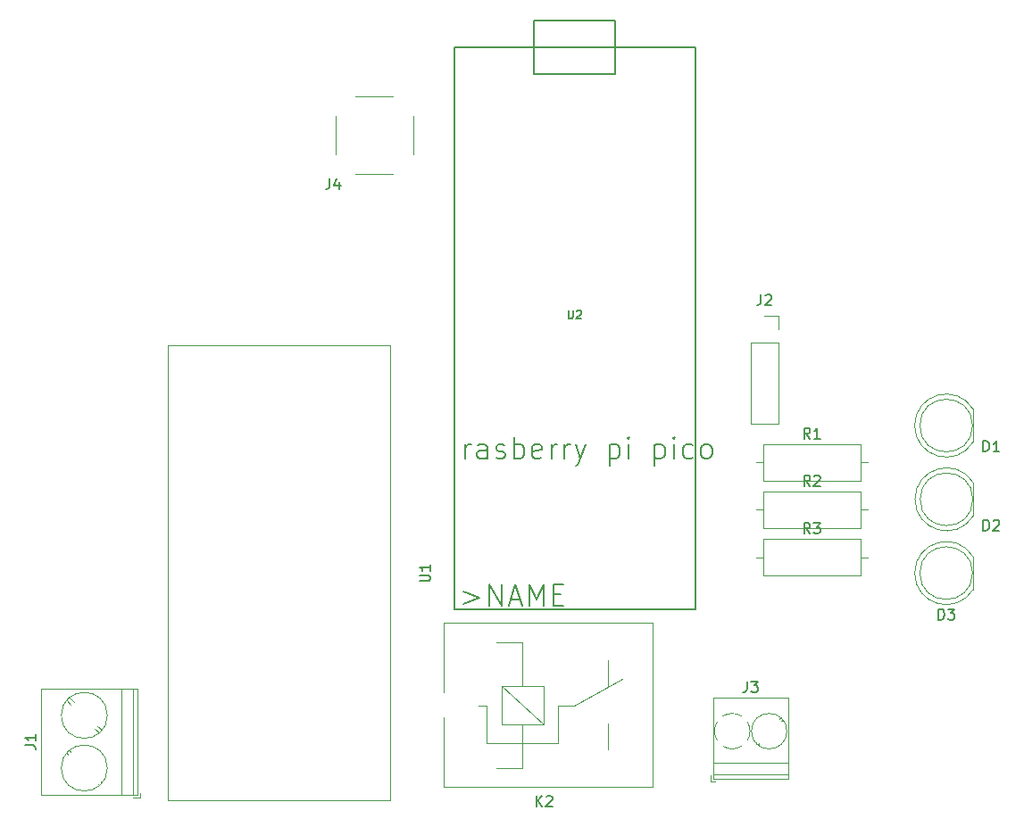
<source format=gbr>
%TF.GenerationSoftware,KiCad,Pcbnew,8.0.3*%
%TF.CreationDate,2024-06-26T11:54:08+03:00*%
%TF.ProjectId,LoRa_irrigation_system,4c6f5261-5f69-4727-9269-676174696f6e,rev?*%
%TF.SameCoordinates,Original*%
%TF.FileFunction,Legend,Top*%
%TF.FilePolarity,Positive*%
%FSLAX46Y46*%
G04 Gerber Fmt 4.6, Leading zero omitted, Abs format (unit mm)*
G04 Created by KiCad (PCBNEW 8.0.3) date 2024-06-26 11:54:08*
%MOMM*%
%LPD*%
G01*
G04 APERTURE LIST*
%ADD10C,0.150000*%
%ADD11C,0.120000*%
%ADD12C,0.152400*%
G04 APERTURE END LIST*
D10*
X114779408Y-58552077D02*
X114779408Y-59266362D01*
X114779408Y-59266362D02*
X114731789Y-59409219D01*
X114731789Y-59409219D02*
X114636551Y-59504458D01*
X114636551Y-59504458D02*
X114493694Y-59552077D01*
X114493694Y-59552077D02*
X114398456Y-59552077D01*
X115684170Y-58885410D02*
X115684170Y-59552077D01*
X115446075Y-58504458D02*
X115207980Y-59218743D01*
X115207980Y-59218743D02*
X115827027Y-59218743D01*
X176761905Y-91954819D02*
X176761905Y-90954819D01*
X176761905Y-90954819D02*
X177000000Y-90954819D01*
X177000000Y-90954819D02*
X177142857Y-91002438D01*
X177142857Y-91002438D02*
X177238095Y-91097676D01*
X177238095Y-91097676D02*
X177285714Y-91192914D01*
X177285714Y-91192914D02*
X177333333Y-91383390D01*
X177333333Y-91383390D02*
X177333333Y-91526247D01*
X177333333Y-91526247D02*
X177285714Y-91716723D01*
X177285714Y-91716723D02*
X177238095Y-91811961D01*
X177238095Y-91811961D02*
X177142857Y-91907200D01*
X177142857Y-91907200D02*
X177000000Y-91954819D01*
X177000000Y-91954819D02*
X176761905Y-91954819D01*
X177714286Y-91050057D02*
X177761905Y-91002438D01*
X177761905Y-91002438D02*
X177857143Y-90954819D01*
X177857143Y-90954819D02*
X178095238Y-90954819D01*
X178095238Y-90954819D02*
X178190476Y-91002438D01*
X178190476Y-91002438D02*
X178238095Y-91050057D01*
X178238095Y-91050057D02*
X178285714Y-91145295D01*
X178285714Y-91145295D02*
X178285714Y-91240533D01*
X178285714Y-91240533D02*
X178238095Y-91383390D01*
X178238095Y-91383390D02*
X177666667Y-91954819D01*
X177666667Y-91954819D02*
X178285714Y-91954819D01*
X176761905Y-84454819D02*
X176761905Y-83454819D01*
X176761905Y-83454819D02*
X177000000Y-83454819D01*
X177000000Y-83454819D02*
X177142857Y-83502438D01*
X177142857Y-83502438D02*
X177238095Y-83597676D01*
X177238095Y-83597676D02*
X177285714Y-83692914D01*
X177285714Y-83692914D02*
X177333333Y-83883390D01*
X177333333Y-83883390D02*
X177333333Y-84026247D01*
X177333333Y-84026247D02*
X177285714Y-84216723D01*
X177285714Y-84216723D02*
X177238095Y-84311961D01*
X177238095Y-84311961D02*
X177142857Y-84407200D01*
X177142857Y-84407200D02*
X177000000Y-84454819D01*
X177000000Y-84454819D02*
X176761905Y-84454819D01*
X178285714Y-84454819D02*
X177714286Y-84454819D01*
X178000000Y-84454819D02*
X178000000Y-83454819D01*
X178000000Y-83454819D02*
X177904762Y-83597676D01*
X177904762Y-83597676D02*
X177809524Y-83692914D01*
X177809524Y-83692914D02*
X177714286Y-83740533D01*
X154366666Y-106294819D02*
X154366666Y-107009104D01*
X154366666Y-107009104D02*
X154319047Y-107151961D01*
X154319047Y-107151961D02*
X154223809Y-107247200D01*
X154223809Y-107247200D02*
X154080952Y-107294819D01*
X154080952Y-107294819D02*
X153985714Y-107294819D01*
X154747619Y-106294819D02*
X155366666Y-106294819D01*
X155366666Y-106294819D02*
X155033333Y-106675771D01*
X155033333Y-106675771D02*
X155176190Y-106675771D01*
X155176190Y-106675771D02*
X155271428Y-106723390D01*
X155271428Y-106723390D02*
X155319047Y-106771009D01*
X155319047Y-106771009D02*
X155366666Y-106866247D01*
X155366666Y-106866247D02*
X155366666Y-107104342D01*
X155366666Y-107104342D02*
X155319047Y-107199580D01*
X155319047Y-107199580D02*
X155271428Y-107247200D01*
X155271428Y-107247200D02*
X155176190Y-107294819D01*
X155176190Y-107294819D02*
X154890476Y-107294819D01*
X154890476Y-107294819D02*
X154795238Y-107247200D01*
X154795238Y-107247200D02*
X154747619Y-107199580D01*
X85894819Y-112333333D02*
X86609104Y-112333333D01*
X86609104Y-112333333D02*
X86751961Y-112380952D01*
X86751961Y-112380952D02*
X86847200Y-112476190D01*
X86847200Y-112476190D02*
X86894819Y-112619047D01*
X86894819Y-112619047D02*
X86894819Y-112714285D01*
X86894819Y-111333333D02*
X86894819Y-111904761D01*
X86894819Y-111619047D02*
X85894819Y-111619047D01*
X85894819Y-111619047D02*
X86037676Y-111714285D01*
X86037676Y-111714285D02*
X86132914Y-111809523D01*
X86132914Y-111809523D02*
X86180533Y-111904761D01*
X160333333Y-87734819D02*
X160000000Y-87258628D01*
X159761905Y-87734819D02*
X159761905Y-86734819D01*
X159761905Y-86734819D02*
X160142857Y-86734819D01*
X160142857Y-86734819D02*
X160238095Y-86782438D01*
X160238095Y-86782438D02*
X160285714Y-86830057D01*
X160285714Y-86830057D02*
X160333333Y-86925295D01*
X160333333Y-86925295D02*
X160333333Y-87068152D01*
X160333333Y-87068152D02*
X160285714Y-87163390D01*
X160285714Y-87163390D02*
X160238095Y-87211009D01*
X160238095Y-87211009D02*
X160142857Y-87258628D01*
X160142857Y-87258628D02*
X159761905Y-87258628D01*
X160714286Y-86830057D02*
X160761905Y-86782438D01*
X160761905Y-86782438D02*
X160857143Y-86734819D01*
X160857143Y-86734819D02*
X161095238Y-86734819D01*
X161095238Y-86734819D02*
X161190476Y-86782438D01*
X161190476Y-86782438D02*
X161238095Y-86830057D01*
X161238095Y-86830057D02*
X161285714Y-86925295D01*
X161285714Y-86925295D02*
X161285714Y-87020533D01*
X161285714Y-87020533D02*
X161238095Y-87163390D01*
X161238095Y-87163390D02*
X160666667Y-87734819D01*
X160666667Y-87734819D02*
X161285714Y-87734819D01*
X123305819Y-96761904D02*
X124115342Y-96761904D01*
X124115342Y-96761904D02*
X124210580Y-96714285D01*
X124210580Y-96714285D02*
X124258200Y-96666666D01*
X124258200Y-96666666D02*
X124305819Y-96571428D01*
X124305819Y-96571428D02*
X124305819Y-96380952D01*
X124305819Y-96380952D02*
X124258200Y-96285714D01*
X124258200Y-96285714D02*
X124210580Y-96238095D01*
X124210580Y-96238095D02*
X124115342Y-96190476D01*
X124115342Y-96190476D02*
X123305819Y-96190476D01*
X124305819Y-95190476D02*
X124305819Y-95761904D01*
X124305819Y-95476190D02*
X123305819Y-95476190D01*
X123305819Y-95476190D02*
X123448676Y-95571428D01*
X123448676Y-95571428D02*
X123543914Y-95666666D01*
X123543914Y-95666666D02*
X123591533Y-95761904D01*
X137400074Y-71069065D02*
X137400074Y-71706486D01*
X137400074Y-71706486D02*
X137437570Y-71781476D01*
X137437570Y-71781476D02*
X137475065Y-71818972D01*
X137475065Y-71818972D02*
X137550056Y-71856467D01*
X137550056Y-71856467D02*
X137700037Y-71856467D01*
X137700037Y-71856467D02*
X137775028Y-71818972D01*
X137775028Y-71818972D02*
X137812523Y-71781476D01*
X137812523Y-71781476D02*
X137850018Y-71706486D01*
X137850018Y-71706486D02*
X137850018Y-71069065D01*
X138187476Y-71144056D02*
X138224971Y-71106560D01*
X138224971Y-71106560D02*
X138299962Y-71069065D01*
X138299962Y-71069065D02*
X138487439Y-71069065D01*
X138487439Y-71069065D02*
X138562429Y-71106560D01*
X138562429Y-71106560D02*
X138599925Y-71144056D01*
X138599925Y-71144056D02*
X138637420Y-71219046D01*
X138637420Y-71219046D02*
X138637420Y-71294037D01*
X138637420Y-71294037D02*
X138599925Y-71406523D01*
X138599925Y-71406523D02*
X138149981Y-71856467D01*
X138149981Y-71856467D02*
X138637420Y-71856467D01*
X127603332Y-85117438D02*
X127603332Y-83784104D01*
X127603332Y-84165057D02*
X127698570Y-83974580D01*
X127698570Y-83974580D02*
X127793808Y-83879342D01*
X127793808Y-83879342D02*
X127984284Y-83784104D01*
X127984284Y-83784104D02*
X128174761Y-83784104D01*
X129698570Y-85117438D02*
X129698570Y-84069819D01*
X129698570Y-84069819D02*
X129603332Y-83879342D01*
X129603332Y-83879342D02*
X129412856Y-83784104D01*
X129412856Y-83784104D02*
X129031903Y-83784104D01*
X129031903Y-83784104D02*
X128841427Y-83879342D01*
X129698570Y-85022200D02*
X129508094Y-85117438D01*
X129508094Y-85117438D02*
X129031903Y-85117438D01*
X129031903Y-85117438D02*
X128841427Y-85022200D01*
X128841427Y-85022200D02*
X128746189Y-84831723D01*
X128746189Y-84831723D02*
X128746189Y-84641247D01*
X128746189Y-84641247D02*
X128841427Y-84450771D01*
X128841427Y-84450771D02*
X129031903Y-84355533D01*
X129031903Y-84355533D02*
X129508094Y-84355533D01*
X129508094Y-84355533D02*
X129698570Y-84260295D01*
X130555713Y-85022200D02*
X130746189Y-85117438D01*
X130746189Y-85117438D02*
X131127141Y-85117438D01*
X131127141Y-85117438D02*
X131317618Y-85022200D01*
X131317618Y-85022200D02*
X131412856Y-84831723D01*
X131412856Y-84831723D02*
X131412856Y-84736485D01*
X131412856Y-84736485D02*
X131317618Y-84546009D01*
X131317618Y-84546009D02*
X131127141Y-84450771D01*
X131127141Y-84450771D02*
X130841427Y-84450771D01*
X130841427Y-84450771D02*
X130650951Y-84355533D01*
X130650951Y-84355533D02*
X130555713Y-84165057D01*
X130555713Y-84165057D02*
X130555713Y-84069819D01*
X130555713Y-84069819D02*
X130650951Y-83879342D01*
X130650951Y-83879342D02*
X130841427Y-83784104D01*
X130841427Y-83784104D02*
X131127141Y-83784104D01*
X131127141Y-83784104D02*
X131317618Y-83879342D01*
X132269999Y-85117438D02*
X132269999Y-83117438D01*
X132269999Y-83879342D02*
X132460475Y-83784104D01*
X132460475Y-83784104D02*
X132841428Y-83784104D01*
X132841428Y-83784104D02*
X133031904Y-83879342D01*
X133031904Y-83879342D02*
X133127142Y-83974580D01*
X133127142Y-83974580D02*
X133222380Y-84165057D01*
X133222380Y-84165057D02*
X133222380Y-84736485D01*
X133222380Y-84736485D02*
X133127142Y-84926961D01*
X133127142Y-84926961D02*
X133031904Y-85022200D01*
X133031904Y-85022200D02*
X132841428Y-85117438D01*
X132841428Y-85117438D02*
X132460475Y-85117438D01*
X132460475Y-85117438D02*
X132269999Y-85022200D01*
X134841428Y-85022200D02*
X134650952Y-85117438D01*
X134650952Y-85117438D02*
X134269999Y-85117438D01*
X134269999Y-85117438D02*
X134079523Y-85022200D01*
X134079523Y-85022200D02*
X133984285Y-84831723D01*
X133984285Y-84831723D02*
X133984285Y-84069819D01*
X133984285Y-84069819D02*
X134079523Y-83879342D01*
X134079523Y-83879342D02*
X134269999Y-83784104D01*
X134269999Y-83784104D02*
X134650952Y-83784104D01*
X134650952Y-83784104D02*
X134841428Y-83879342D01*
X134841428Y-83879342D02*
X134936666Y-84069819D01*
X134936666Y-84069819D02*
X134936666Y-84260295D01*
X134936666Y-84260295D02*
X133984285Y-84450771D01*
X135793809Y-85117438D02*
X135793809Y-83784104D01*
X135793809Y-84165057D02*
X135889047Y-83974580D01*
X135889047Y-83974580D02*
X135984285Y-83879342D01*
X135984285Y-83879342D02*
X136174761Y-83784104D01*
X136174761Y-83784104D02*
X136365238Y-83784104D01*
X137031904Y-85117438D02*
X137031904Y-83784104D01*
X137031904Y-84165057D02*
X137127142Y-83974580D01*
X137127142Y-83974580D02*
X137222380Y-83879342D01*
X137222380Y-83879342D02*
X137412856Y-83784104D01*
X137412856Y-83784104D02*
X137603333Y-83784104D01*
X138079523Y-83784104D02*
X138555713Y-85117438D01*
X139031904Y-83784104D02*
X138555713Y-85117438D01*
X138555713Y-85117438D02*
X138365237Y-85593628D01*
X138365237Y-85593628D02*
X138269999Y-85688866D01*
X138269999Y-85688866D02*
X138079523Y-85784104D01*
X141317619Y-83784104D02*
X141317619Y-85784104D01*
X141317619Y-83879342D02*
X141508095Y-83784104D01*
X141508095Y-83784104D02*
X141889048Y-83784104D01*
X141889048Y-83784104D02*
X142079524Y-83879342D01*
X142079524Y-83879342D02*
X142174762Y-83974580D01*
X142174762Y-83974580D02*
X142270000Y-84165057D01*
X142270000Y-84165057D02*
X142270000Y-84736485D01*
X142270000Y-84736485D02*
X142174762Y-84926961D01*
X142174762Y-84926961D02*
X142079524Y-85022200D01*
X142079524Y-85022200D02*
X141889048Y-85117438D01*
X141889048Y-85117438D02*
X141508095Y-85117438D01*
X141508095Y-85117438D02*
X141317619Y-85022200D01*
X143127143Y-85117438D02*
X143127143Y-83784104D01*
X143127143Y-83117438D02*
X143031905Y-83212676D01*
X143031905Y-83212676D02*
X143127143Y-83307914D01*
X143127143Y-83307914D02*
X143222381Y-83212676D01*
X143222381Y-83212676D02*
X143127143Y-83117438D01*
X143127143Y-83117438D02*
X143127143Y-83307914D01*
X145603334Y-83784104D02*
X145603334Y-85784104D01*
X145603334Y-83879342D02*
X145793810Y-83784104D01*
X145793810Y-83784104D02*
X146174763Y-83784104D01*
X146174763Y-83784104D02*
X146365239Y-83879342D01*
X146365239Y-83879342D02*
X146460477Y-83974580D01*
X146460477Y-83974580D02*
X146555715Y-84165057D01*
X146555715Y-84165057D02*
X146555715Y-84736485D01*
X146555715Y-84736485D02*
X146460477Y-84926961D01*
X146460477Y-84926961D02*
X146365239Y-85022200D01*
X146365239Y-85022200D02*
X146174763Y-85117438D01*
X146174763Y-85117438D02*
X145793810Y-85117438D01*
X145793810Y-85117438D02*
X145603334Y-85022200D01*
X147412858Y-85117438D02*
X147412858Y-83784104D01*
X147412858Y-83117438D02*
X147317620Y-83212676D01*
X147317620Y-83212676D02*
X147412858Y-83307914D01*
X147412858Y-83307914D02*
X147508096Y-83212676D01*
X147508096Y-83212676D02*
X147412858Y-83117438D01*
X147412858Y-83117438D02*
X147412858Y-83307914D01*
X149222382Y-85022200D02*
X149031906Y-85117438D01*
X149031906Y-85117438D02*
X148650953Y-85117438D01*
X148650953Y-85117438D02*
X148460477Y-85022200D01*
X148460477Y-85022200D02*
X148365239Y-84926961D01*
X148365239Y-84926961D02*
X148270001Y-84736485D01*
X148270001Y-84736485D02*
X148270001Y-84165057D01*
X148270001Y-84165057D02*
X148365239Y-83974580D01*
X148365239Y-83974580D02*
X148460477Y-83879342D01*
X148460477Y-83879342D02*
X148650953Y-83784104D01*
X148650953Y-83784104D02*
X149031906Y-83784104D01*
X149031906Y-83784104D02*
X149222382Y-83879342D01*
X150365239Y-85117438D02*
X150174763Y-85022200D01*
X150174763Y-85022200D02*
X150079525Y-84926961D01*
X150079525Y-84926961D02*
X149984287Y-84736485D01*
X149984287Y-84736485D02*
X149984287Y-84165057D01*
X149984287Y-84165057D02*
X150079525Y-83974580D01*
X150079525Y-83974580D02*
X150174763Y-83879342D01*
X150174763Y-83879342D02*
X150365239Y-83784104D01*
X150365239Y-83784104D02*
X150650954Y-83784104D01*
X150650954Y-83784104D02*
X150841430Y-83879342D01*
X150841430Y-83879342D02*
X150936668Y-83974580D01*
X150936668Y-83974580D02*
X151031906Y-84165057D01*
X151031906Y-84165057D02*
X151031906Y-84736485D01*
X151031906Y-84736485D02*
X150936668Y-84926961D01*
X150936668Y-84926961D02*
X150841430Y-85022200D01*
X150841430Y-85022200D02*
X150650954Y-85117438D01*
X150650954Y-85117438D02*
X150365239Y-85117438D01*
X127443809Y-97754104D02*
X128967619Y-98325533D01*
X128967619Y-98325533D02*
X127443809Y-98896961D01*
X129919999Y-99087438D02*
X129919999Y-97087438D01*
X129919999Y-97087438D02*
X131062856Y-99087438D01*
X131062856Y-99087438D02*
X131062856Y-97087438D01*
X131919999Y-98516009D02*
X132872380Y-98516009D01*
X131729523Y-99087438D02*
X132396189Y-97087438D01*
X132396189Y-97087438D02*
X133062856Y-99087438D01*
X133729523Y-99087438D02*
X133729523Y-97087438D01*
X133729523Y-97087438D02*
X134396190Y-98516009D01*
X134396190Y-98516009D02*
X135062856Y-97087438D01*
X135062856Y-97087438D02*
X135062856Y-99087438D01*
X136015237Y-98039819D02*
X136681904Y-98039819D01*
X136967618Y-99087438D02*
X136015237Y-99087438D01*
X136015237Y-99087438D02*
X136015237Y-97087438D01*
X136015237Y-97087438D02*
X136967618Y-97087438D01*
X155666666Y-69564819D02*
X155666666Y-70279104D01*
X155666666Y-70279104D02*
X155619047Y-70421961D01*
X155619047Y-70421961D02*
X155523809Y-70517200D01*
X155523809Y-70517200D02*
X155380952Y-70564819D01*
X155380952Y-70564819D02*
X155285714Y-70564819D01*
X156095238Y-69660057D02*
X156142857Y-69612438D01*
X156142857Y-69612438D02*
X156238095Y-69564819D01*
X156238095Y-69564819D02*
X156476190Y-69564819D01*
X156476190Y-69564819D02*
X156571428Y-69612438D01*
X156571428Y-69612438D02*
X156619047Y-69660057D01*
X156619047Y-69660057D02*
X156666666Y-69755295D01*
X156666666Y-69755295D02*
X156666666Y-69850533D01*
X156666666Y-69850533D02*
X156619047Y-69993390D01*
X156619047Y-69993390D02*
X156047619Y-70564819D01*
X156047619Y-70564819D02*
X156666666Y-70564819D01*
X134361905Y-118154819D02*
X134361905Y-117154819D01*
X134933333Y-118154819D02*
X134504762Y-117583390D01*
X134933333Y-117154819D02*
X134361905Y-117726247D01*
X135314286Y-117250057D02*
X135361905Y-117202438D01*
X135361905Y-117202438D02*
X135457143Y-117154819D01*
X135457143Y-117154819D02*
X135695238Y-117154819D01*
X135695238Y-117154819D02*
X135790476Y-117202438D01*
X135790476Y-117202438D02*
X135838095Y-117250057D01*
X135838095Y-117250057D02*
X135885714Y-117345295D01*
X135885714Y-117345295D02*
X135885714Y-117440533D01*
X135885714Y-117440533D02*
X135838095Y-117583390D01*
X135838095Y-117583390D02*
X135266667Y-118154819D01*
X135266667Y-118154819D02*
X135885714Y-118154819D01*
X160333333Y-92234819D02*
X160000000Y-91758628D01*
X159761905Y-92234819D02*
X159761905Y-91234819D01*
X159761905Y-91234819D02*
X160142857Y-91234819D01*
X160142857Y-91234819D02*
X160238095Y-91282438D01*
X160238095Y-91282438D02*
X160285714Y-91330057D01*
X160285714Y-91330057D02*
X160333333Y-91425295D01*
X160333333Y-91425295D02*
X160333333Y-91568152D01*
X160333333Y-91568152D02*
X160285714Y-91663390D01*
X160285714Y-91663390D02*
X160238095Y-91711009D01*
X160238095Y-91711009D02*
X160142857Y-91758628D01*
X160142857Y-91758628D02*
X159761905Y-91758628D01*
X160666667Y-91234819D02*
X161285714Y-91234819D01*
X161285714Y-91234819D02*
X160952381Y-91615771D01*
X160952381Y-91615771D02*
X161095238Y-91615771D01*
X161095238Y-91615771D02*
X161190476Y-91663390D01*
X161190476Y-91663390D02*
X161238095Y-91711009D01*
X161238095Y-91711009D02*
X161285714Y-91806247D01*
X161285714Y-91806247D02*
X161285714Y-92044342D01*
X161285714Y-92044342D02*
X161238095Y-92139580D01*
X161238095Y-92139580D02*
X161190476Y-92187200D01*
X161190476Y-92187200D02*
X161095238Y-92234819D01*
X161095238Y-92234819D02*
X160809524Y-92234819D01*
X160809524Y-92234819D02*
X160714286Y-92187200D01*
X160714286Y-92187200D02*
X160666667Y-92139580D01*
X160333333Y-83234819D02*
X160000000Y-82758628D01*
X159761905Y-83234819D02*
X159761905Y-82234819D01*
X159761905Y-82234819D02*
X160142857Y-82234819D01*
X160142857Y-82234819D02*
X160238095Y-82282438D01*
X160238095Y-82282438D02*
X160285714Y-82330057D01*
X160285714Y-82330057D02*
X160333333Y-82425295D01*
X160333333Y-82425295D02*
X160333333Y-82568152D01*
X160333333Y-82568152D02*
X160285714Y-82663390D01*
X160285714Y-82663390D02*
X160238095Y-82711009D01*
X160238095Y-82711009D02*
X160142857Y-82758628D01*
X160142857Y-82758628D02*
X159761905Y-82758628D01*
X161285714Y-83234819D02*
X160714286Y-83234819D01*
X161000000Y-83234819D02*
X161000000Y-82234819D01*
X161000000Y-82234819D02*
X160904762Y-82377676D01*
X160904762Y-82377676D02*
X160809524Y-82472914D01*
X160809524Y-82472914D02*
X160714286Y-82520533D01*
X172501905Y-100414819D02*
X172501905Y-99414819D01*
X172501905Y-99414819D02*
X172740000Y-99414819D01*
X172740000Y-99414819D02*
X172882857Y-99462438D01*
X172882857Y-99462438D02*
X172978095Y-99557676D01*
X172978095Y-99557676D02*
X173025714Y-99652914D01*
X173025714Y-99652914D02*
X173073333Y-99843390D01*
X173073333Y-99843390D02*
X173073333Y-99986247D01*
X173073333Y-99986247D02*
X173025714Y-100176723D01*
X173025714Y-100176723D02*
X172978095Y-100271961D01*
X172978095Y-100271961D02*
X172882857Y-100367200D01*
X172882857Y-100367200D02*
X172740000Y-100414819D01*
X172740000Y-100414819D02*
X172501905Y-100414819D01*
X173406667Y-99414819D02*
X174025714Y-99414819D01*
X174025714Y-99414819D02*
X173692381Y-99795771D01*
X173692381Y-99795771D02*
X173835238Y-99795771D01*
X173835238Y-99795771D02*
X173930476Y-99843390D01*
X173930476Y-99843390D02*
X173978095Y-99891009D01*
X173978095Y-99891009D02*
X174025714Y-99986247D01*
X174025714Y-99986247D02*
X174025714Y-100224342D01*
X174025714Y-100224342D02*
X173978095Y-100319580D01*
X173978095Y-100319580D02*
X173930476Y-100367200D01*
X173930476Y-100367200D02*
X173835238Y-100414819D01*
X173835238Y-100414819D02*
X173549524Y-100414819D01*
X173549524Y-100414819D02*
X173454286Y-100367200D01*
X173454286Y-100367200D02*
X173406667Y-100319580D01*
D11*
%TO.C,J4*%
X115320000Y-56260000D02*
X115320000Y-52660000D01*
X120800000Y-50780000D02*
X117200000Y-50780000D01*
X120800000Y-58140000D02*
X117200000Y-58140000D01*
X122680000Y-56260000D02*
X122680000Y-52660000D01*
%TO.C,D2*%
X175830000Y-90545000D02*
X175830000Y-87455000D01*
X170280000Y-89000462D02*
G75*
G02*
X175830000Y-87455170I2990000J462D01*
G01*
X175830000Y-90544830D02*
G75*
G02*
X170280000Y-88999538I-2560000J1544830D01*
G01*
X175770000Y-89000000D02*
G75*
G02*
X170770000Y-89000000I-2500000J0D01*
G01*
X170770000Y-89000000D02*
G75*
G02*
X175770000Y-89000000I2500000J0D01*
G01*
%TO.C,D1*%
X175800000Y-83545000D02*
X175800000Y-80455000D01*
X170250000Y-82000462D02*
G75*
G02*
X175800000Y-80455170I2990000J462D01*
G01*
X175800000Y-83544830D02*
G75*
G02*
X170250000Y-81999538I-2560000J1544830D01*
G01*
X175740000Y-82000000D02*
G75*
G02*
X170740000Y-82000000I-2500000J0D01*
G01*
X170740000Y-82000000D02*
G75*
G02*
X175740000Y-82000000I2500000J0D01*
G01*
%TO.C,J3*%
X150900000Y-115160000D02*
X150900000Y-115800000D01*
X150900000Y-115800000D02*
X151300000Y-115800000D01*
X151140000Y-107840000D02*
X151140000Y-115560000D01*
X151140000Y-107840000D02*
X158260000Y-107840000D01*
X151140000Y-114000000D02*
X158260000Y-114000000D01*
X151140000Y-115100000D02*
X158260000Y-115100000D01*
X151140000Y-115560000D02*
X158260000Y-115560000D01*
X155305000Y-111941000D02*
X155176000Y-112069000D01*
X155475000Y-112181000D02*
X155381000Y-112274000D01*
X157520000Y-109725000D02*
X157426000Y-109819000D01*
X157725000Y-109931000D02*
X157596000Y-110059000D01*
X158260000Y-107840000D02*
X158260000Y-115560000D01*
X151524642Y-111889894D02*
G75*
G02*
X151510000Y-110134000I1425356J889894D01*
G01*
X152060106Y-109574642D02*
G75*
G02*
X153816000Y-109560000I889894J-1425356D01*
G01*
X152978674Y-112680099D02*
G75*
G02*
X152084000Y-112440000I-28671J1680113D01*
G01*
X153840264Y-112424721D02*
G75*
G02*
X152950000Y-112680000I-890261J1424711D01*
G01*
X154375504Y-110109807D02*
G75*
G02*
X154375000Y-111891000I-1425507J-890193D01*
G01*
X158130000Y-111000000D02*
G75*
G02*
X154770000Y-111000000I-1680000J0D01*
G01*
X154770000Y-111000000D02*
G75*
G02*
X158130000Y-111000000I1680000J0D01*
G01*
%TO.C,J1*%
X87440000Y-106940000D02*
X96560000Y-106940000D01*
X87440000Y-117060000D02*
X87440000Y-106940000D01*
X87440000Y-117060000D02*
X96560000Y-117060000D01*
X89846000Y-108112000D02*
X90226000Y-108492000D01*
X89846000Y-113112000D02*
X89953000Y-113219000D01*
X90112000Y-107846000D02*
X90508000Y-108241000D01*
X90112000Y-112846000D02*
X90219000Y-112953000D01*
X92492000Y-110758000D02*
X92888000Y-111153000D01*
X92774000Y-110507000D02*
X93154000Y-110887000D01*
X92781000Y-116048000D02*
X92888000Y-116154000D01*
X93047000Y-115782000D02*
X93154000Y-115888000D01*
X95000000Y-117060000D02*
X95000000Y-106940000D01*
X96100000Y-117060000D02*
X96100000Y-106940000D01*
X96160000Y-117300000D02*
X96800000Y-117300000D01*
X96560000Y-117060000D02*
X96560000Y-106940000D01*
X96800000Y-117300000D02*
X96800000Y-116900000D01*
X93680000Y-109500000D02*
G75*
G02*
X89320000Y-109500000I-2180000J0D01*
G01*
X89320000Y-109500000D02*
G75*
G02*
X93680000Y-109500000I2180000J0D01*
G01*
X93680000Y-114500000D02*
G75*
G02*
X89320000Y-114500000I-2180000J0D01*
G01*
X89320000Y-114500000D02*
G75*
G02*
X93680000Y-114500000I2180000J0D01*
G01*
%TO.C,R2*%
X155190000Y-90000000D02*
X155880000Y-90000000D01*
X155880000Y-88280000D02*
X155880000Y-91720000D01*
X155880000Y-91720000D02*
X165120000Y-91720000D01*
X165120000Y-88280000D02*
X155880000Y-88280000D01*
X165120000Y-91720000D02*
X165120000Y-88280000D01*
X165810000Y-90000000D02*
X165120000Y-90000000D01*
%TO.C,U1*%
X99459000Y-117590000D02*
X120541000Y-117590000D01*
X120541000Y-74410000D01*
X99459000Y-74410000D01*
X99459000Y-117590000D01*
D12*
%TO.C,U2*%
X126570000Y-46100000D02*
X126570000Y-99440000D01*
X126570000Y-99440000D02*
X149430000Y-99440000D01*
X134106690Y-43560000D02*
X134106690Y-48640000D01*
X134106690Y-48640000D02*
X141810000Y-48640000D01*
X141810000Y-43560000D02*
X134106690Y-43560000D01*
X141810000Y-48640000D02*
X141810000Y-43560000D01*
X149430000Y-46100000D02*
X126570000Y-46100000D01*
X149430000Y-99440000D02*
X149430000Y-46100000D01*
D11*
%TO.C,J2*%
X154670000Y-74150000D02*
X154670000Y-81830000D01*
X154670000Y-74150000D02*
X157330000Y-74150000D01*
X154670000Y-81830000D02*
X157330000Y-81830000D01*
X156000000Y-71550000D02*
X157330000Y-71550000D01*
X157330000Y-71550000D02*
X157330000Y-72880000D01*
X157330000Y-74150000D02*
X157330000Y-81830000D01*
%TO.C,K2*%
X125600000Y-100700000D02*
X125600000Y-107300000D01*
X125600000Y-100700000D02*
X145400000Y-100700000D01*
X125600000Y-109700000D02*
X125600000Y-116300000D01*
X129650000Y-108550000D02*
X128850000Y-108550000D01*
X129650000Y-108550000D02*
X129650000Y-112150000D01*
X130550000Y-114550000D02*
X133050000Y-114550000D01*
X131050000Y-106750000D02*
X135050000Y-106750000D01*
X131050000Y-110350000D02*
X131050000Y-106750000D01*
X133050000Y-102550000D02*
X130550000Y-102550000D01*
X133050000Y-102550000D02*
X133050000Y-106750000D01*
X133050000Y-110350000D02*
X133050000Y-114550000D01*
X135050000Y-106750000D02*
X135050000Y-110350000D01*
X135050000Y-110350000D02*
X131050000Y-106750000D01*
X135050000Y-110350000D02*
X131050000Y-110350000D01*
X136450000Y-108550000D02*
X136450000Y-112150000D01*
X136450000Y-108550000D02*
X137950000Y-108550000D01*
X136450000Y-112150000D02*
X129650000Y-112150000D01*
X137950000Y-108550000D02*
X142550000Y-106050000D01*
X141150000Y-104300000D02*
X141150000Y-106800000D01*
X141150000Y-112700000D02*
X141150000Y-110250000D01*
X145400000Y-100700000D02*
X145400000Y-116300000D01*
X145400000Y-116300000D02*
X125600000Y-116300000D01*
%TO.C,R3*%
X155190000Y-94500000D02*
X155880000Y-94500000D01*
X155880000Y-92780000D02*
X155880000Y-96220000D01*
X155880000Y-96220000D02*
X165120000Y-96220000D01*
X165120000Y-92780000D02*
X155880000Y-92780000D01*
X165120000Y-96220000D02*
X165120000Y-92780000D01*
X165810000Y-94500000D02*
X165120000Y-94500000D01*
%TO.C,R1*%
X155190000Y-85500000D02*
X155880000Y-85500000D01*
X155880000Y-83780000D02*
X155880000Y-87220000D01*
X155880000Y-87220000D02*
X165120000Y-87220000D01*
X165120000Y-83780000D02*
X155880000Y-83780000D01*
X165120000Y-87220000D02*
X165120000Y-83780000D01*
X165810000Y-85500000D02*
X165120000Y-85500000D01*
%TO.C,D3*%
X175800000Y-97545000D02*
X175800000Y-94455000D01*
X170250000Y-96000462D02*
G75*
G02*
X175800000Y-94455170I2990000J462D01*
G01*
X175800000Y-97544830D02*
G75*
G02*
X170250000Y-95999538I-2560000J1544830D01*
G01*
X175740000Y-96000000D02*
G75*
G02*
X170740000Y-96000000I-2500000J0D01*
G01*
X170740000Y-96000000D02*
G75*
G02*
X175740000Y-96000000I2500000J0D01*
G01*
%TD*%
M02*

</source>
